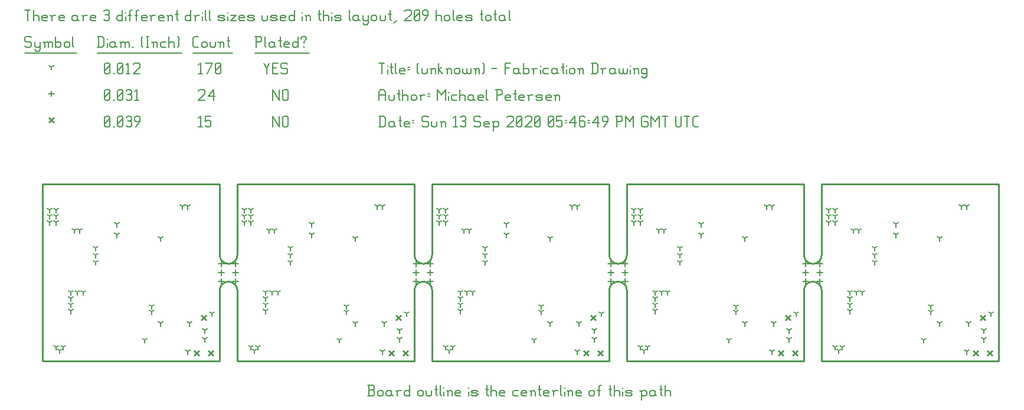
<source format=gbr>
G04 start of page 13 for group -3984 idx -3984 *
G04 Title: (unknown), fab *
G04 Creator: pcb 20140316 *
G04 CreationDate: Sun 13 Sep 2020 05:46:49 PM GMT UTC *
G04 For: railfan *
G04 Format: Gerber/RS-274X *
G04 PCB-Dimensions (mil): 5600.00 1200.00 *
G04 PCB-Coordinate-Origin: lower left *
%MOIN*%
%FSLAX25Y25*%
%LNFAB*%
%ADD72C,0.0100*%
%ADD71C,0.0075*%
%ADD70C,0.0060*%
%ADD69C,0.0001*%
G54D69*G36*
X99800Y36266D02*X102766Y33300D01*
X102200Y32734D01*
X99234Y35700D01*
X99800Y36266D01*
G37*
G36*
X99234Y33300D02*X102200Y36266D01*
X102766Y35700D01*
X99800Y32734D01*
X99234Y33300D01*
G37*
G36*
X103800Y16266D02*X106766Y13300D01*
X106200Y12734D01*
X103234Y15700D01*
X103800Y16266D01*
G37*
G36*
X103234Y13300D02*X106200Y16266D01*
X106766Y15700D01*
X103800Y12734D01*
X103234Y13300D01*
G37*
G36*
X95800Y16266D02*X98766Y13300D01*
X98200Y12734D01*
X95234Y15700D01*
X95800Y16266D01*
G37*
G36*
X95234Y13300D02*X98200Y16266D01*
X98766Y15700D01*
X95800Y12734D01*
X95234Y13300D01*
G37*
G36*
X209800Y36266D02*X212766Y33300D01*
X212200Y32734D01*
X209234Y35700D01*
X209800Y36266D01*
G37*
G36*
X209234Y33300D02*X212200Y36266D01*
X212766Y35700D01*
X209800Y32734D01*
X209234Y33300D01*
G37*
G36*
X213800Y16266D02*X216766Y13300D01*
X216200Y12734D01*
X213234Y15700D01*
X213800Y16266D01*
G37*
G36*
X213234Y13300D02*X216200Y16266D01*
X216766Y15700D01*
X213800Y12734D01*
X213234Y13300D01*
G37*
G36*
X205800Y16266D02*X208766Y13300D01*
X208200Y12734D01*
X205234Y15700D01*
X205800Y16266D01*
G37*
G36*
X205234Y13300D02*X208200Y16266D01*
X208766Y15700D01*
X205800Y12734D01*
X205234Y13300D01*
G37*
G36*
X319800Y36266D02*X322766Y33300D01*
X322200Y32734D01*
X319234Y35700D01*
X319800Y36266D01*
G37*
G36*
X319234Y33300D02*X322200Y36266D01*
X322766Y35700D01*
X319800Y32734D01*
X319234Y33300D01*
G37*
G36*
X323800Y16266D02*X326766Y13300D01*
X326200Y12734D01*
X323234Y15700D01*
X323800Y16266D01*
G37*
G36*
X323234Y13300D02*X326200Y16266D01*
X326766Y15700D01*
X323800Y12734D01*
X323234Y13300D01*
G37*
G36*
X315800Y16266D02*X318766Y13300D01*
X318200Y12734D01*
X315234Y15700D01*
X315800Y16266D01*
G37*
G36*
X315234Y13300D02*X318200Y16266D01*
X318766Y15700D01*
X315800Y12734D01*
X315234Y13300D01*
G37*
G36*
X429800Y36266D02*X432766Y33300D01*
X432200Y32734D01*
X429234Y35700D01*
X429800Y36266D01*
G37*
G36*
X429234Y33300D02*X432200Y36266D01*
X432766Y35700D01*
X429800Y32734D01*
X429234Y33300D01*
G37*
G36*
X433800Y16266D02*X436766Y13300D01*
X436200Y12734D01*
X433234Y15700D01*
X433800Y16266D01*
G37*
G36*
X433234Y13300D02*X436200Y16266D01*
X436766Y15700D01*
X433800Y12734D01*
X433234Y13300D01*
G37*
G36*
X425800Y16266D02*X428766Y13300D01*
X428200Y12734D01*
X425234Y15700D01*
X425800Y16266D01*
G37*
G36*
X425234Y13300D02*X428200Y16266D01*
X428766Y15700D01*
X425800Y12734D01*
X425234Y13300D01*
G37*
G36*
X539800Y36266D02*X542766Y33300D01*
X542200Y32734D01*
X539234Y35700D01*
X539800Y36266D01*
G37*
G36*
X539234Y33300D02*X542200Y36266D01*
X542766Y35700D01*
X539800Y32734D01*
X539234Y33300D01*
G37*
G36*
X543800Y16266D02*X546766Y13300D01*
X546200Y12734D01*
X543234Y15700D01*
X543800Y16266D01*
G37*
G36*
X543234Y13300D02*X546200Y16266D01*
X546766Y15700D01*
X543800Y12734D01*
X543234Y13300D01*
G37*
G36*
X535800Y16266D02*X538766Y13300D01*
X538200Y12734D01*
X535234Y15700D01*
X535800Y16266D01*
G37*
G36*
X535234Y13300D02*X538200Y16266D01*
X538766Y15700D01*
X535800Y12734D01*
X535234Y13300D01*
G37*
G36*
X13800Y148016D02*X16766Y145050D01*
X16200Y144484D01*
X13234Y147450D01*
X13800Y148016D01*
G37*
G36*
X13234Y145050D02*X16200Y148016D01*
X16766Y147450D01*
X13800Y144484D01*
X13234Y145050D01*
G37*
G54D70*X140000Y148500D02*Y142500D01*
Y148500D02*X143750Y142500D01*
Y148500D02*Y142500D01*
X145550Y147750D02*Y143250D01*
Y147750D02*X146300Y148500D01*
X147800D01*
X148550Y147750D01*
Y143250D01*
X147800Y142500D02*X148550Y143250D01*
X146300Y142500D02*X147800D01*
X145550Y143250D02*X146300Y142500D01*
X98000Y147300D02*X99200Y148500D01*
Y142500D01*
X98000D02*X100250D01*
X102050Y148500D02*X105050D01*
X102050D02*Y145500D01*
X102800Y146250D01*
X104300D01*
X105050Y145500D01*
Y143250D01*
X104300Y142500D02*X105050Y143250D01*
X102800Y142500D02*X104300D01*
X102050Y143250D02*X102800Y142500D01*
X45000Y143250D02*X45750Y142500D01*
X45000Y147750D02*Y143250D01*
Y147750D02*X45750Y148500D01*
X47250D01*
X48000Y147750D01*
Y143250D01*
X47250Y142500D02*X48000Y143250D01*
X45750Y142500D02*X47250D01*
X45000Y144000D02*X48000Y147000D01*
X49800Y142500D02*X50550D01*
X52350Y143250D02*X53100Y142500D01*
X52350Y147750D02*Y143250D01*
Y147750D02*X53100Y148500D01*
X54600D01*
X55350Y147750D01*
Y143250D01*
X54600Y142500D02*X55350Y143250D01*
X53100Y142500D02*X54600D01*
X52350Y144000D02*X55350Y147000D01*
X57150Y147750D02*X57900Y148500D01*
X59400D01*
X60150Y147750D01*
X59400Y142500D02*X60150Y143250D01*
X57900Y142500D02*X59400D01*
X57150Y143250D02*X57900Y142500D01*
Y145800D02*X59400D01*
X60150Y147750D02*Y146550D01*
Y145050D02*Y143250D01*
Y145050D02*X59400Y145800D01*
X60150Y146550D02*X59400Y145800D01*
X62700Y142500D02*X64950Y145500D01*
Y147750D02*Y145500D01*
X64200Y148500D02*X64950Y147750D01*
X62700Y148500D02*X64200D01*
X61950Y147750D02*X62700Y148500D01*
X61950Y147750D02*Y146250D01*
X62700Y145500D01*
X64950D01*
X119000Y66600D02*Y63400D01*
X117400Y65000D02*X120600D01*
X119000Y56600D02*Y53400D01*
X117400Y55000D02*X120600D01*
X119000Y61600D02*Y58400D01*
X117400Y60000D02*X120600D01*
X111000Y66600D02*Y63400D01*
X109400Y65000D02*X112600D01*
X111000Y61600D02*Y58400D01*
X109400Y60000D02*X112600D01*
X111000Y56600D02*Y53400D01*
X109400Y55000D02*X112600D01*
X229000Y66600D02*Y63400D01*
X227400Y65000D02*X230600D01*
X229000Y56600D02*Y53400D01*
X227400Y55000D02*X230600D01*
X229000Y61600D02*Y58400D01*
X227400Y60000D02*X230600D01*
X221000Y66600D02*Y63400D01*
X219400Y65000D02*X222600D01*
X221000Y61600D02*Y58400D01*
X219400Y60000D02*X222600D01*
X221000Y56600D02*Y53400D01*
X219400Y55000D02*X222600D01*
X339000Y66600D02*Y63400D01*
X337400Y65000D02*X340600D01*
X339000Y56600D02*Y53400D01*
X337400Y55000D02*X340600D01*
X339000Y61600D02*Y58400D01*
X337400Y60000D02*X340600D01*
X331000Y66600D02*Y63400D01*
X329400Y65000D02*X332600D01*
X331000Y61600D02*Y58400D01*
X329400Y60000D02*X332600D01*
X331000Y56600D02*Y53400D01*
X329400Y55000D02*X332600D01*
X449000Y66600D02*Y63400D01*
X447400Y65000D02*X450600D01*
X449000Y56600D02*Y53400D01*
X447400Y55000D02*X450600D01*
X449000Y61600D02*Y58400D01*
X447400Y60000D02*X450600D01*
X441000Y66600D02*Y63400D01*
X439400Y65000D02*X442600D01*
X441000Y61600D02*Y58400D01*
X439400Y60000D02*X442600D01*
X441000Y56600D02*Y53400D01*
X439400Y55000D02*X442600D01*
X15000Y162850D02*Y159650D01*
X13400Y161250D02*X16600D01*
X140000Y163500D02*Y157500D01*
Y163500D02*X143750Y157500D01*
Y163500D02*Y157500D01*
X145550Y162750D02*Y158250D01*
Y162750D02*X146300Y163500D01*
X147800D01*
X148550Y162750D01*
Y158250D01*
X147800Y157500D02*X148550Y158250D01*
X146300Y157500D02*X147800D01*
X145550Y158250D02*X146300Y157500D01*
X98000Y162750D02*X98750Y163500D01*
X101000D01*
X101750Y162750D01*
Y161250D01*
X98000Y157500D02*X101750Y161250D01*
X98000Y157500D02*X101750D01*
X103550Y159750D02*X106550Y163500D01*
X103550Y159750D02*X107300D01*
X106550Y163500D02*Y157500D01*
X45000Y158250D02*X45750Y157500D01*
X45000Y162750D02*Y158250D01*
Y162750D02*X45750Y163500D01*
X47250D01*
X48000Y162750D01*
Y158250D01*
X47250Y157500D02*X48000Y158250D01*
X45750Y157500D02*X47250D01*
X45000Y159000D02*X48000Y162000D01*
X49800Y157500D02*X50550D01*
X52350Y158250D02*X53100Y157500D01*
X52350Y162750D02*Y158250D01*
Y162750D02*X53100Y163500D01*
X54600D01*
X55350Y162750D01*
Y158250D01*
X54600Y157500D02*X55350Y158250D01*
X53100Y157500D02*X54600D01*
X52350Y159000D02*X55350Y162000D01*
X57150Y162750D02*X57900Y163500D01*
X59400D01*
X60150Y162750D01*
X59400Y157500D02*X60150Y158250D01*
X57900Y157500D02*X59400D01*
X57150Y158250D02*X57900Y157500D01*
Y160800D02*X59400D01*
X60150Y162750D02*Y161550D01*
Y160050D02*Y158250D01*
Y160050D02*X59400Y160800D01*
X60150Y161550D02*X59400Y160800D01*
X61950Y162300D02*X63150Y163500D01*
Y157500D01*
X61950D02*X64200D01*
X40000Y74000D02*Y72400D01*
Y74000D02*X41387Y74800D01*
X40000Y74000D02*X38613Y74800D01*
X40000Y70000D02*Y68400D01*
Y70000D02*X41387Y70800D01*
X40000Y70000D02*X38613Y70800D01*
X40000Y66000D02*Y64400D01*
Y66000D02*X41387Y66800D01*
X40000Y66000D02*X38613Y66800D01*
X33000Y49000D02*Y47400D01*
Y49000D02*X34387Y49800D01*
X33000Y49000D02*X31613Y49800D01*
X29500Y49000D02*Y47400D01*
Y49000D02*X30887Y49800D01*
X29500Y49000D02*X28113Y49800D01*
X26000Y49000D02*Y47400D01*
Y49000D02*X27387Y49800D01*
X26000Y49000D02*X24613Y49800D01*
X26000Y45500D02*Y43900D01*
Y45500D02*X27387Y46300D01*
X26000Y45500D02*X24613Y46300D01*
X26000Y42000D02*Y40400D01*
Y42000D02*X27387Y42800D01*
X26000Y42000D02*X24613Y42800D01*
X26000Y38500D02*Y36900D01*
Y38500D02*X27387Y39300D01*
X26000Y38500D02*X24613Y39300D01*
X52000Y81500D02*Y79900D01*
Y81500D02*X53387Y82300D01*
X52000Y81500D02*X50613Y82300D01*
X52000Y87500D02*Y85900D01*
Y87500D02*X53387Y88300D01*
X52000Y87500D02*X50613Y88300D01*
X21500Y18000D02*Y16400D01*
Y18000D02*X22887Y18800D01*
X21500Y18000D02*X20113Y18800D01*
X17500Y18000D02*Y16400D01*
Y18000D02*X18887Y18800D01*
X17500Y18000D02*X16113Y18800D01*
X19500Y16000D02*Y14400D01*
Y16000D02*X20887Y16800D01*
X19500Y16000D02*X18113Y16800D01*
X67500Y22000D02*Y20400D01*
Y22000D02*X68887Y22800D01*
X67500Y22000D02*X66113Y22800D01*
X105500Y37000D02*Y35400D01*
Y37000D02*X106887Y37800D01*
X105500Y37000D02*X104113Y37800D01*
X101500Y27500D02*Y25900D01*
Y27500D02*X102887Y28300D01*
X101500Y27500D02*X100113Y28300D01*
X93000Y31500D02*Y29900D01*
Y31500D02*X94387Y32300D01*
X93000Y31500D02*X91613Y32300D01*
X101500Y22500D02*Y20900D01*
Y22500D02*X102887Y23300D01*
X101500Y22500D02*X100113Y23300D01*
X92000Y15500D02*Y13900D01*
Y15500D02*X93387Y16300D01*
X92000Y15500D02*X90613Y16300D01*
X76500Y31500D02*Y29900D01*
Y31500D02*X77887Y32300D01*
X76500Y31500D02*X75113Y32300D01*
X28000Y84000D02*Y82400D01*
Y84000D02*X29387Y84800D01*
X28000Y84000D02*X26613Y84800D01*
X31000Y84000D02*Y82400D01*
Y84000D02*X32387Y84800D01*
X31000Y84000D02*X29613Y84800D01*
X14000Y95500D02*Y93900D01*
Y95500D02*X15387Y96300D01*
X14000Y95500D02*X12613Y96300D01*
X14000Y92000D02*Y90400D01*
Y92000D02*X15387Y92800D01*
X14000Y92000D02*X12613Y92800D01*
X14000Y88500D02*Y86900D01*
Y88500D02*X15387Y89300D01*
X14000Y88500D02*X12613Y89300D01*
X92000Y97500D02*Y95900D01*
Y97500D02*X93387Y98300D01*
X92000Y97500D02*X90613Y98300D01*
X89000Y97500D02*Y95900D01*
Y97500D02*X90387Y98300D01*
X89000Y97500D02*X87613Y98300D01*
X76500Y79500D02*Y77900D01*
Y79500D02*X77887Y80300D01*
X76500Y79500D02*X75113Y80300D01*
X17500Y95500D02*Y93900D01*
Y95500D02*X18887Y96300D01*
X17500Y95500D02*X16113Y96300D01*
X17500Y92000D02*Y90400D01*
Y92000D02*X18887Y92800D01*
X17500Y92000D02*X16113Y92800D01*
X17500Y88500D02*Y86900D01*
Y88500D02*X18887Y89300D01*
X17500Y88500D02*X16113Y89300D01*
X71500Y41000D02*Y39400D01*
Y41000D02*X72887Y41800D01*
X71500Y41000D02*X70113Y41800D01*
X71500Y38000D02*Y36400D01*
Y38000D02*X72887Y38800D01*
X71500Y38000D02*X70113Y38800D01*
X150000Y74000D02*Y72400D01*
Y74000D02*X151387Y74800D01*
X150000Y74000D02*X148613Y74800D01*
X150000Y70000D02*Y68400D01*
Y70000D02*X151387Y70800D01*
X150000Y70000D02*X148613Y70800D01*
X150000Y66000D02*Y64400D01*
Y66000D02*X151387Y66800D01*
X150000Y66000D02*X148613Y66800D01*
X143000Y49000D02*Y47400D01*
Y49000D02*X144387Y49800D01*
X143000Y49000D02*X141613Y49800D01*
X139500Y49000D02*Y47400D01*
Y49000D02*X140887Y49800D01*
X139500Y49000D02*X138113Y49800D01*
X136000Y49000D02*Y47400D01*
Y49000D02*X137387Y49800D01*
X136000Y49000D02*X134613Y49800D01*
X136000Y45500D02*Y43900D01*
Y45500D02*X137387Y46300D01*
X136000Y45500D02*X134613Y46300D01*
X136000Y42000D02*Y40400D01*
Y42000D02*X137387Y42800D01*
X136000Y42000D02*X134613Y42800D01*
X136000Y38500D02*Y36900D01*
Y38500D02*X137387Y39300D01*
X136000Y38500D02*X134613Y39300D01*
X162000Y81500D02*Y79900D01*
Y81500D02*X163387Y82300D01*
X162000Y81500D02*X160613Y82300D01*
X162000Y87500D02*Y85900D01*
Y87500D02*X163387Y88300D01*
X162000Y87500D02*X160613Y88300D01*
X131500Y18000D02*Y16400D01*
Y18000D02*X132887Y18800D01*
X131500Y18000D02*X130113Y18800D01*
X127500Y18000D02*Y16400D01*
Y18000D02*X128887Y18800D01*
X127500Y18000D02*X126113Y18800D01*
X129500Y16000D02*Y14400D01*
Y16000D02*X130887Y16800D01*
X129500Y16000D02*X128113Y16800D01*
X177500Y22000D02*Y20400D01*
Y22000D02*X178887Y22800D01*
X177500Y22000D02*X176113Y22800D01*
X215500Y37000D02*Y35400D01*
Y37000D02*X216887Y37800D01*
X215500Y37000D02*X214113Y37800D01*
X211500Y27500D02*Y25900D01*
Y27500D02*X212887Y28300D01*
X211500Y27500D02*X210113Y28300D01*
X203000Y31500D02*Y29900D01*
Y31500D02*X204387Y32300D01*
X203000Y31500D02*X201613Y32300D01*
X211500Y22500D02*Y20900D01*
Y22500D02*X212887Y23300D01*
X211500Y22500D02*X210113Y23300D01*
X202000Y15500D02*Y13900D01*
Y15500D02*X203387Y16300D01*
X202000Y15500D02*X200613Y16300D01*
X186500Y31500D02*Y29900D01*
Y31500D02*X187887Y32300D01*
X186500Y31500D02*X185113Y32300D01*
X138000Y84000D02*Y82400D01*
Y84000D02*X139387Y84800D01*
X138000Y84000D02*X136613Y84800D01*
X141000Y84000D02*Y82400D01*
Y84000D02*X142387Y84800D01*
X141000Y84000D02*X139613Y84800D01*
X124000Y95500D02*Y93900D01*
Y95500D02*X125387Y96300D01*
X124000Y95500D02*X122613Y96300D01*
X124000Y92000D02*Y90400D01*
Y92000D02*X125387Y92800D01*
X124000Y92000D02*X122613Y92800D01*
X124000Y88500D02*Y86900D01*
Y88500D02*X125387Y89300D01*
X124000Y88500D02*X122613Y89300D01*
X202000Y97500D02*Y95900D01*
Y97500D02*X203387Y98300D01*
X202000Y97500D02*X200613Y98300D01*
X199000Y97500D02*Y95900D01*
Y97500D02*X200387Y98300D01*
X199000Y97500D02*X197613Y98300D01*
X186500Y79500D02*Y77900D01*
Y79500D02*X187887Y80300D01*
X186500Y79500D02*X185113Y80300D01*
X127500Y95500D02*Y93900D01*
Y95500D02*X128887Y96300D01*
X127500Y95500D02*X126113Y96300D01*
X127500Y92000D02*Y90400D01*
Y92000D02*X128887Y92800D01*
X127500Y92000D02*X126113Y92800D01*
X127500Y88500D02*Y86900D01*
Y88500D02*X128887Y89300D01*
X127500Y88500D02*X126113Y89300D01*
X181500Y41000D02*Y39400D01*
Y41000D02*X182887Y41800D01*
X181500Y41000D02*X180113Y41800D01*
X181500Y38000D02*Y36400D01*
Y38000D02*X182887Y38800D01*
X181500Y38000D02*X180113Y38800D01*
X260000Y74000D02*Y72400D01*
Y74000D02*X261387Y74800D01*
X260000Y74000D02*X258613Y74800D01*
X260000Y70000D02*Y68400D01*
Y70000D02*X261387Y70800D01*
X260000Y70000D02*X258613Y70800D01*
X260000Y66000D02*Y64400D01*
Y66000D02*X261387Y66800D01*
X260000Y66000D02*X258613Y66800D01*
X253000Y49000D02*Y47400D01*
Y49000D02*X254387Y49800D01*
X253000Y49000D02*X251613Y49800D01*
X249500Y49000D02*Y47400D01*
Y49000D02*X250887Y49800D01*
X249500Y49000D02*X248113Y49800D01*
X246000Y49000D02*Y47400D01*
Y49000D02*X247387Y49800D01*
X246000Y49000D02*X244613Y49800D01*
X246000Y45500D02*Y43900D01*
Y45500D02*X247387Y46300D01*
X246000Y45500D02*X244613Y46300D01*
X246000Y42000D02*Y40400D01*
Y42000D02*X247387Y42800D01*
X246000Y42000D02*X244613Y42800D01*
X246000Y38500D02*Y36900D01*
Y38500D02*X247387Y39300D01*
X246000Y38500D02*X244613Y39300D01*
X272000Y81500D02*Y79900D01*
Y81500D02*X273387Y82300D01*
X272000Y81500D02*X270613Y82300D01*
X272000Y87500D02*Y85900D01*
Y87500D02*X273387Y88300D01*
X272000Y87500D02*X270613Y88300D01*
X241500Y18000D02*Y16400D01*
Y18000D02*X242887Y18800D01*
X241500Y18000D02*X240113Y18800D01*
X237500Y18000D02*Y16400D01*
Y18000D02*X238887Y18800D01*
X237500Y18000D02*X236113Y18800D01*
X239500Y16000D02*Y14400D01*
Y16000D02*X240887Y16800D01*
X239500Y16000D02*X238113Y16800D01*
X287500Y22000D02*Y20400D01*
Y22000D02*X288887Y22800D01*
X287500Y22000D02*X286113Y22800D01*
X325500Y37000D02*Y35400D01*
Y37000D02*X326887Y37800D01*
X325500Y37000D02*X324113Y37800D01*
X321500Y27500D02*Y25900D01*
Y27500D02*X322887Y28300D01*
X321500Y27500D02*X320113Y28300D01*
X313000Y31500D02*Y29900D01*
Y31500D02*X314387Y32300D01*
X313000Y31500D02*X311613Y32300D01*
X321500Y22500D02*Y20900D01*
Y22500D02*X322887Y23300D01*
X321500Y22500D02*X320113Y23300D01*
X312000Y15500D02*Y13900D01*
Y15500D02*X313387Y16300D01*
X312000Y15500D02*X310613Y16300D01*
X296500Y31500D02*Y29900D01*
Y31500D02*X297887Y32300D01*
X296500Y31500D02*X295113Y32300D01*
X248000Y84000D02*Y82400D01*
Y84000D02*X249387Y84800D01*
X248000Y84000D02*X246613Y84800D01*
X251000Y84000D02*Y82400D01*
Y84000D02*X252387Y84800D01*
X251000Y84000D02*X249613Y84800D01*
X234000Y95500D02*Y93900D01*
Y95500D02*X235387Y96300D01*
X234000Y95500D02*X232613Y96300D01*
X234000Y92000D02*Y90400D01*
Y92000D02*X235387Y92800D01*
X234000Y92000D02*X232613Y92800D01*
X234000Y88500D02*Y86900D01*
Y88500D02*X235387Y89300D01*
X234000Y88500D02*X232613Y89300D01*
X312000Y97500D02*Y95900D01*
Y97500D02*X313387Y98300D01*
X312000Y97500D02*X310613Y98300D01*
X309000Y97500D02*Y95900D01*
Y97500D02*X310387Y98300D01*
X309000Y97500D02*X307613Y98300D01*
X296500Y79500D02*Y77900D01*
Y79500D02*X297887Y80300D01*
X296500Y79500D02*X295113Y80300D01*
X237500Y95500D02*Y93900D01*
Y95500D02*X238887Y96300D01*
X237500Y95500D02*X236113Y96300D01*
X237500Y92000D02*Y90400D01*
Y92000D02*X238887Y92800D01*
X237500Y92000D02*X236113Y92800D01*
X237500Y88500D02*Y86900D01*
Y88500D02*X238887Y89300D01*
X237500Y88500D02*X236113Y89300D01*
X291500Y41000D02*Y39400D01*
Y41000D02*X292887Y41800D01*
X291500Y41000D02*X290113Y41800D01*
X291500Y38000D02*Y36400D01*
Y38000D02*X292887Y38800D01*
X291500Y38000D02*X290113Y38800D01*
X370000Y74000D02*Y72400D01*
Y74000D02*X371387Y74800D01*
X370000Y74000D02*X368613Y74800D01*
X370000Y70000D02*Y68400D01*
Y70000D02*X371387Y70800D01*
X370000Y70000D02*X368613Y70800D01*
X370000Y66000D02*Y64400D01*
Y66000D02*X371387Y66800D01*
X370000Y66000D02*X368613Y66800D01*
X363000Y49000D02*Y47400D01*
Y49000D02*X364387Y49800D01*
X363000Y49000D02*X361613Y49800D01*
X359500Y49000D02*Y47400D01*
Y49000D02*X360887Y49800D01*
X359500Y49000D02*X358113Y49800D01*
X356000Y49000D02*Y47400D01*
Y49000D02*X357387Y49800D01*
X356000Y49000D02*X354613Y49800D01*
X356000Y45500D02*Y43900D01*
Y45500D02*X357387Y46300D01*
X356000Y45500D02*X354613Y46300D01*
X356000Y42000D02*Y40400D01*
Y42000D02*X357387Y42800D01*
X356000Y42000D02*X354613Y42800D01*
X356000Y38500D02*Y36900D01*
Y38500D02*X357387Y39300D01*
X356000Y38500D02*X354613Y39300D01*
X382000Y81500D02*Y79900D01*
Y81500D02*X383387Y82300D01*
X382000Y81500D02*X380613Y82300D01*
X382000Y87500D02*Y85900D01*
Y87500D02*X383387Y88300D01*
X382000Y87500D02*X380613Y88300D01*
X351500Y18000D02*Y16400D01*
Y18000D02*X352887Y18800D01*
X351500Y18000D02*X350113Y18800D01*
X347500Y18000D02*Y16400D01*
Y18000D02*X348887Y18800D01*
X347500Y18000D02*X346113Y18800D01*
X349500Y16000D02*Y14400D01*
Y16000D02*X350887Y16800D01*
X349500Y16000D02*X348113Y16800D01*
X397500Y22000D02*Y20400D01*
Y22000D02*X398887Y22800D01*
X397500Y22000D02*X396113Y22800D01*
X435500Y37000D02*Y35400D01*
Y37000D02*X436887Y37800D01*
X435500Y37000D02*X434113Y37800D01*
X431500Y27500D02*Y25900D01*
Y27500D02*X432887Y28300D01*
X431500Y27500D02*X430113Y28300D01*
X423000Y31500D02*Y29900D01*
Y31500D02*X424387Y32300D01*
X423000Y31500D02*X421613Y32300D01*
X431500Y22500D02*Y20900D01*
Y22500D02*X432887Y23300D01*
X431500Y22500D02*X430113Y23300D01*
X422000Y15500D02*Y13900D01*
Y15500D02*X423387Y16300D01*
X422000Y15500D02*X420613Y16300D01*
X406500Y31500D02*Y29900D01*
Y31500D02*X407887Y32300D01*
X406500Y31500D02*X405113Y32300D01*
X358000Y84000D02*Y82400D01*
Y84000D02*X359387Y84800D01*
X358000Y84000D02*X356613Y84800D01*
X361000Y84000D02*Y82400D01*
Y84000D02*X362387Y84800D01*
X361000Y84000D02*X359613Y84800D01*
X344000Y95500D02*Y93900D01*
Y95500D02*X345387Y96300D01*
X344000Y95500D02*X342613Y96300D01*
X344000Y92000D02*Y90400D01*
Y92000D02*X345387Y92800D01*
X344000Y92000D02*X342613Y92800D01*
X344000Y88500D02*Y86900D01*
Y88500D02*X345387Y89300D01*
X344000Y88500D02*X342613Y89300D01*
X422000Y97500D02*Y95900D01*
Y97500D02*X423387Y98300D01*
X422000Y97500D02*X420613Y98300D01*
X419000Y97500D02*Y95900D01*
Y97500D02*X420387Y98300D01*
X419000Y97500D02*X417613Y98300D01*
X406500Y79500D02*Y77900D01*
Y79500D02*X407887Y80300D01*
X406500Y79500D02*X405113Y80300D01*
X347500Y95500D02*Y93900D01*
Y95500D02*X348887Y96300D01*
X347500Y95500D02*X346113Y96300D01*
X347500Y92000D02*Y90400D01*
Y92000D02*X348887Y92800D01*
X347500Y92000D02*X346113Y92800D01*
X347500Y88500D02*Y86900D01*
Y88500D02*X348887Y89300D01*
X347500Y88500D02*X346113Y89300D01*
X401500Y41000D02*Y39400D01*
Y41000D02*X402887Y41800D01*
X401500Y41000D02*X400113Y41800D01*
X401500Y38000D02*Y36400D01*
Y38000D02*X402887Y38800D01*
X401500Y38000D02*X400113Y38800D01*
X480000Y74000D02*Y72400D01*
Y74000D02*X481387Y74800D01*
X480000Y74000D02*X478613Y74800D01*
X480000Y70000D02*Y68400D01*
Y70000D02*X481387Y70800D01*
X480000Y70000D02*X478613Y70800D01*
X480000Y66000D02*Y64400D01*
Y66000D02*X481387Y66800D01*
X480000Y66000D02*X478613Y66800D01*
X473000Y49000D02*Y47400D01*
Y49000D02*X474387Y49800D01*
X473000Y49000D02*X471613Y49800D01*
X469500Y49000D02*Y47400D01*
Y49000D02*X470887Y49800D01*
X469500Y49000D02*X468113Y49800D01*
X466000Y49000D02*Y47400D01*
Y49000D02*X467387Y49800D01*
X466000Y49000D02*X464613Y49800D01*
X466000Y45500D02*Y43900D01*
Y45500D02*X467387Y46300D01*
X466000Y45500D02*X464613Y46300D01*
X466000Y42000D02*Y40400D01*
Y42000D02*X467387Y42800D01*
X466000Y42000D02*X464613Y42800D01*
X466000Y38500D02*Y36900D01*
Y38500D02*X467387Y39300D01*
X466000Y38500D02*X464613Y39300D01*
X492000Y81500D02*Y79900D01*
Y81500D02*X493387Y82300D01*
X492000Y81500D02*X490613Y82300D01*
X492000Y87500D02*Y85900D01*
Y87500D02*X493387Y88300D01*
X492000Y87500D02*X490613Y88300D01*
X461500Y18000D02*Y16400D01*
Y18000D02*X462887Y18800D01*
X461500Y18000D02*X460113Y18800D01*
X457500Y18000D02*Y16400D01*
Y18000D02*X458887Y18800D01*
X457500Y18000D02*X456113Y18800D01*
X459500Y16000D02*Y14400D01*
Y16000D02*X460887Y16800D01*
X459500Y16000D02*X458113Y16800D01*
X507500Y22000D02*Y20400D01*
Y22000D02*X508887Y22800D01*
X507500Y22000D02*X506113Y22800D01*
X545500Y37000D02*Y35400D01*
Y37000D02*X546887Y37800D01*
X545500Y37000D02*X544113Y37800D01*
X541500Y27500D02*Y25900D01*
Y27500D02*X542887Y28300D01*
X541500Y27500D02*X540113Y28300D01*
X533000Y31500D02*Y29900D01*
Y31500D02*X534387Y32300D01*
X533000Y31500D02*X531613Y32300D01*
X541500Y22500D02*Y20900D01*
Y22500D02*X542887Y23300D01*
X541500Y22500D02*X540113Y23300D01*
X532000Y15500D02*Y13900D01*
Y15500D02*X533387Y16300D01*
X532000Y15500D02*X530613Y16300D01*
X516500Y31500D02*Y29900D01*
Y31500D02*X517887Y32300D01*
X516500Y31500D02*X515113Y32300D01*
X468000Y84000D02*Y82400D01*
Y84000D02*X469387Y84800D01*
X468000Y84000D02*X466613Y84800D01*
X471000Y84000D02*Y82400D01*
Y84000D02*X472387Y84800D01*
X471000Y84000D02*X469613Y84800D01*
X454000Y95500D02*Y93900D01*
Y95500D02*X455387Y96300D01*
X454000Y95500D02*X452613Y96300D01*
X454000Y92000D02*Y90400D01*
Y92000D02*X455387Y92800D01*
X454000Y92000D02*X452613Y92800D01*
X454000Y88500D02*Y86900D01*
Y88500D02*X455387Y89300D01*
X454000Y88500D02*X452613Y89300D01*
X532000Y97500D02*Y95900D01*
Y97500D02*X533387Y98300D01*
X532000Y97500D02*X530613Y98300D01*
X529000Y97500D02*Y95900D01*
Y97500D02*X530387Y98300D01*
X529000Y97500D02*X527613Y98300D01*
X516500Y79500D02*Y77900D01*
Y79500D02*X517887Y80300D01*
X516500Y79500D02*X515113Y80300D01*
X457500Y95500D02*Y93900D01*
Y95500D02*X458887Y96300D01*
X457500Y95500D02*X456113Y96300D01*
X457500Y92000D02*Y90400D01*
Y92000D02*X458887Y92800D01*
X457500Y92000D02*X456113Y92800D01*
X457500Y88500D02*Y86900D01*
Y88500D02*X458887Y89300D01*
X457500Y88500D02*X456113Y89300D01*
X511500Y41000D02*Y39400D01*
Y41000D02*X512887Y41800D01*
X511500Y41000D02*X510113Y41800D01*
X511500Y38000D02*Y36400D01*
Y38000D02*X512887Y38800D01*
X511500Y38000D02*X510113Y38800D01*
X15000Y176250D02*Y174650D01*
Y176250D02*X16387Y177050D01*
X15000Y176250D02*X13613Y177050D01*
X135000Y178500D02*X136500Y175500D01*
X138000Y178500D01*
X136500Y175500D02*Y172500D01*
X139800Y175800D02*X142050D01*
X139800Y172500D02*X142800D01*
X139800Y178500D02*Y172500D01*
Y178500D02*X142800D01*
X147600D02*X148350Y177750D01*
X145350Y178500D02*X147600D01*
X144600Y177750D02*X145350Y178500D01*
X144600Y177750D02*Y176250D01*
X145350Y175500D01*
X147600D01*
X148350Y174750D01*
Y173250D01*
X147600Y172500D02*X148350Y173250D01*
X145350Y172500D02*X147600D01*
X144600Y173250D02*X145350Y172500D01*
X98000Y177300D02*X99200Y178500D01*
Y172500D01*
X98000D02*X100250D01*
X102800D02*X105800Y178500D01*
X102050D02*X105800D01*
X107600Y173250D02*X108350Y172500D01*
X107600Y177750D02*Y173250D01*
Y177750D02*X108350Y178500D01*
X109850D01*
X110600Y177750D01*
Y173250D01*
X109850Y172500D02*X110600Y173250D01*
X108350Y172500D02*X109850D01*
X107600Y174000D02*X110600Y177000D01*
X45000Y173250D02*X45750Y172500D01*
X45000Y177750D02*Y173250D01*
Y177750D02*X45750Y178500D01*
X47250D01*
X48000Y177750D01*
Y173250D01*
X47250Y172500D02*X48000Y173250D01*
X45750Y172500D02*X47250D01*
X45000Y174000D02*X48000Y177000D01*
X49800Y172500D02*X50550D01*
X52350Y173250D02*X53100Y172500D01*
X52350Y177750D02*Y173250D01*
Y177750D02*X53100Y178500D01*
X54600D01*
X55350Y177750D01*
Y173250D01*
X54600Y172500D02*X55350Y173250D01*
X53100Y172500D02*X54600D01*
X52350Y174000D02*X55350Y177000D01*
X57150Y177300D02*X58350Y178500D01*
Y172500D01*
X57150D02*X59400D01*
X61200Y177750D02*X61950Y178500D01*
X64200D01*
X64950Y177750D01*
Y176250D01*
X61200Y172500D02*X64950Y176250D01*
X61200Y172500D02*X64950D01*
X3000Y193500D02*X3750Y192750D01*
X750Y193500D02*X3000D01*
X0Y192750D02*X750Y193500D01*
X0Y192750D02*Y191250D01*
X750Y190500D01*
X3000D01*
X3750Y189750D01*
Y188250D01*
X3000Y187500D02*X3750Y188250D01*
X750Y187500D02*X3000D01*
X0Y188250D02*X750Y187500D01*
X5550Y190500D02*Y188250D01*
X6300Y187500D01*
X8550Y190500D02*Y186000D01*
X7800Y185250D02*X8550Y186000D01*
X6300Y185250D02*X7800D01*
X5550Y186000D02*X6300Y185250D01*
Y187500D02*X7800D01*
X8550Y188250D01*
X11100Y189750D02*Y187500D01*
Y189750D02*X11850Y190500D01*
X12600D01*
X13350Y189750D01*
Y187500D01*
Y189750D02*X14100Y190500D01*
X14850D01*
X15600Y189750D01*
Y187500D01*
X10350Y190500D02*X11100Y189750D01*
X17400Y193500D02*Y187500D01*
Y188250D02*X18150Y187500D01*
X19650D01*
X20400Y188250D01*
Y189750D02*Y188250D01*
X19650Y190500D02*X20400Y189750D01*
X18150Y190500D02*X19650D01*
X17400Y189750D02*X18150Y190500D01*
X22200Y189750D02*Y188250D01*
Y189750D02*X22950Y190500D01*
X24450D01*
X25200Y189750D01*
Y188250D01*
X24450Y187500D02*X25200Y188250D01*
X22950Y187500D02*X24450D01*
X22200Y188250D02*X22950Y187500D01*
X27000Y193500D02*Y188250D01*
X27750Y187500D01*
X0Y184250D02*X29250D01*
X41750Y193500D02*Y187500D01*
X43700Y193500D02*X44750Y192450D01*
Y188550D01*
X43700Y187500D02*X44750Y188550D01*
X41000Y187500D02*X43700D01*
X41000Y193500D02*X43700D01*
G54D71*X46550Y192000D02*Y191850D01*
G54D70*Y189750D02*Y187500D01*
X50300Y190500D02*X51050Y189750D01*
X48800Y190500D02*X50300D01*
X48050Y189750D02*X48800Y190500D01*
X48050Y189750D02*Y188250D01*
X48800Y187500D01*
X51050Y190500D02*Y188250D01*
X51800Y187500D01*
X48800D02*X50300D01*
X51050Y188250D01*
X54350Y189750D02*Y187500D01*
Y189750D02*X55100Y190500D01*
X55850D01*
X56600Y189750D01*
Y187500D01*
Y189750D02*X57350Y190500D01*
X58100D01*
X58850Y189750D01*
Y187500D01*
X53600Y190500D02*X54350Y189750D01*
X60650Y187500D02*X61400D01*
X65900Y188250D02*X66650Y187500D01*
X65900Y192750D02*X66650Y193500D01*
X65900Y192750D02*Y188250D01*
X68450Y193500D02*X69950D01*
X69200D02*Y187500D01*
X68450D02*X69950D01*
X72500Y189750D02*Y187500D01*
Y189750D02*X73250Y190500D01*
X74000D01*
X74750Y189750D01*
Y187500D01*
X71750Y190500D02*X72500Y189750D01*
X77300Y190500D02*X79550D01*
X76550Y189750D02*X77300Y190500D01*
X76550Y189750D02*Y188250D01*
X77300Y187500D01*
X79550D01*
X81350Y193500D02*Y187500D01*
Y189750D02*X82100Y190500D01*
X83600D01*
X84350Y189750D01*
Y187500D01*
X86150Y193500D02*X86900Y192750D01*
Y188250D01*
X86150Y187500D02*X86900Y188250D01*
X41000Y184250D02*X88700D01*
X96050Y187500D02*X98000D01*
X95000Y188550D02*X96050Y187500D01*
X95000Y192450D02*Y188550D01*
Y192450D02*X96050Y193500D01*
X98000D01*
X99800Y189750D02*Y188250D01*
Y189750D02*X100550Y190500D01*
X102050D01*
X102800Y189750D01*
Y188250D01*
X102050Y187500D02*X102800Y188250D01*
X100550Y187500D02*X102050D01*
X99800Y188250D02*X100550Y187500D01*
X104600Y190500D02*Y188250D01*
X105350Y187500D01*
X106850D01*
X107600Y188250D01*
Y190500D02*Y188250D01*
X110150Y189750D02*Y187500D01*
Y189750D02*X110900Y190500D01*
X111650D01*
X112400Y189750D01*
Y187500D01*
X109400Y190500D02*X110150Y189750D01*
X114950Y193500D02*Y188250D01*
X115700Y187500D01*
X114200Y191250D02*X115700D01*
X95000Y184250D02*X117200D01*
X130750Y193500D02*Y187500D01*
X130000Y193500D02*X133000D01*
X133750Y192750D01*
Y191250D01*
X133000Y190500D02*X133750Y191250D01*
X130750Y190500D02*X133000D01*
X135550Y193500D02*Y188250D01*
X136300Y187500D01*
X140050Y190500D02*X140800Y189750D01*
X138550Y190500D02*X140050D01*
X137800Y189750D02*X138550Y190500D01*
X137800Y189750D02*Y188250D01*
X138550Y187500D01*
X140800Y190500D02*Y188250D01*
X141550Y187500D01*
X138550D02*X140050D01*
X140800Y188250D01*
X144100Y193500D02*Y188250D01*
X144850Y187500D01*
X143350Y191250D02*X144850D01*
X147100Y187500D02*X149350D01*
X146350Y188250D02*X147100Y187500D01*
X146350Y189750D02*Y188250D01*
Y189750D02*X147100Y190500D01*
X148600D01*
X149350Y189750D01*
X146350Y189000D02*X149350D01*
Y189750D02*Y189000D01*
X154150Y193500D02*Y187500D01*
X153400D02*X154150Y188250D01*
X151900Y187500D02*X153400D01*
X151150Y188250D02*X151900Y187500D01*
X151150Y189750D02*Y188250D01*
Y189750D02*X151900Y190500D01*
X153400D01*
X154150Y189750D01*
X157450Y190500D02*Y189750D01*
Y188250D02*Y187500D01*
X155950Y192750D02*Y192000D01*
Y192750D02*X156700Y193500D01*
X158200D01*
X158950Y192750D01*
Y192000D01*
X157450Y190500D02*X158950Y192000D01*
X130000Y184250D02*X160750D01*
X0Y208500D02*X3000D01*
X1500D02*Y202500D01*
X4800Y208500D02*Y202500D01*
Y204750D02*X5550Y205500D01*
X7050D01*
X7800Y204750D01*
Y202500D01*
X10350D02*X12600D01*
X9600Y203250D02*X10350Y202500D01*
X9600Y204750D02*Y203250D01*
Y204750D02*X10350Y205500D01*
X11850D01*
X12600Y204750D01*
X9600Y204000D02*X12600D01*
Y204750D02*Y204000D01*
X15150Y204750D02*Y202500D01*
Y204750D02*X15900Y205500D01*
X17400D01*
X14400D02*X15150Y204750D01*
X19950Y202500D02*X22200D01*
X19200Y203250D02*X19950Y202500D01*
X19200Y204750D02*Y203250D01*
Y204750D02*X19950Y205500D01*
X21450D01*
X22200Y204750D01*
X19200Y204000D02*X22200D01*
Y204750D02*Y204000D01*
X28950Y205500D02*X29700Y204750D01*
X27450Y205500D02*X28950D01*
X26700Y204750D02*X27450Y205500D01*
X26700Y204750D02*Y203250D01*
X27450Y202500D01*
X29700Y205500D02*Y203250D01*
X30450Y202500D01*
X27450D02*X28950D01*
X29700Y203250D01*
X33000Y204750D02*Y202500D01*
Y204750D02*X33750Y205500D01*
X35250D01*
X32250D02*X33000Y204750D01*
X37800Y202500D02*X40050D01*
X37050Y203250D02*X37800Y202500D01*
X37050Y204750D02*Y203250D01*
Y204750D02*X37800Y205500D01*
X39300D01*
X40050Y204750D01*
X37050Y204000D02*X40050D01*
Y204750D02*Y204000D01*
X44550Y207750D02*X45300Y208500D01*
X46800D01*
X47550Y207750D01*
X46800Y202500D02*X47550Y203250D01*
X45300Y202500D02*X46800D01*
X44550Y203250D02*X45300Y202500D01*
Y205800D02*X46800D01*
X47550Y207750D02*Y206550D01*
Y205050D02*Y203250D01*
Y205050D02*X46800Y205800D01*
X47550Y206550D02*X46800Y205800D01*
X55050Y208500D02*Y202500D01*
X54300D02*X55050Y203250D01*
X52800Y202500D02*X54300D01*
X52050Y203250D02*X52800Y202500D01*
X52050Y204750D02*Y203250D01*
Y204750D02*X52800Y205500D01*
X54300D01*
X55050Y204750D01*
G54D71*X56850Y207000D02*Y206850D01*
G54D70*Y204750D02*Y202500D01*
X59100Y207750D02*Y202500D01*
Y207750D02*X59850Y208500D01*
X60600D01*
X58350Y205500D02*X59850D01*
X62850Y207750D02*Y202500D01*
Y207750D02*X63600Y208500D01*
X64350D01*
X62100Y205500D02*X63600D01*
X66600Y202500D02*X68850D01*
X65850Y203250D02*X66600Y202500D01*
X65850Y204750D02*Y203250D01*
Y204750D02*X66600Y205500D01*
X68100D01*
X68850Y204750D01*
X65850Y204000D02*X68850D01*
Y204750D02*Y204000D01*
X71400Y204750D02*Y202500D01*
Y204750D02*X72150Y205500D01*
X73650D01*
X70650D02*X71400Y204750D01*
X76200Y202500D02*X78450D01*
X75450Y203250D02*X76200Y202500D01*
X75450Y204750D02*Y203250D01*
Y204750D02*X76200Y205500D01*
X77700D01*
X78450Y204750D01*
X75450Y204000D02*X78450D01*
Y204750D02*Y204000D01*
X81000Y204750D02*Y202500D01*
Y204750D02*X81750Y205500D01*
X82500D01*
X83250Y204750D01*
Y202500D01*
X80250Y205500D02*X81000Y204750D01*
X85800Y208500D02*Y203250D01*
X86550Y202500D01*
X85050Y206250D02*X86550D01*
X93750Y208500D02*Y202500D01*
X93000D02*X93750Y203250D01*
X91500Y202500D02*X93000D01*
X90750Y203250D02*X91500Y202500D01*
X90750Y204750D02*Y203250D01*
Y204750D02*X91500Y205500D01*
X93000D01*
X93750Y204750D01*
X96300D02*Y202500D01*
Y204750D02*X97050Y205500D01*
X98550D01*
X95550D02*X96300Y204750D01*
G54D71*X100350Y207000D02*Y206850D01*
G54D70*Y204750D02*Y202500D01*
X101850Y208500D02*Y203250D01*
X102600Y202500D01*
X104100Y208500D02*Y203250D01*
X104850Y202500D01*
X109800D02*X112050D01*
X112800Y203250D01*
X112050Y204000D02*X112800Y203250D01*
X109800Y204000D02*X112050D01*
X109050Y204750D02*X109800Y204000D01*
X109050Y204750D02*X109800Y205500D01*
X112050D01*
X112800Y204750D01*
X109050Y203250D02*X109800Y202500D01*
G54D71*X114600Y207000D02*Y206850D01*
G54D70*Y204750D02*Y202500D01*
X116100Y205500D02*X119100D01*
X116100Y202500D02*X119100Y205500D01*
X116100Y202500D02*X119100D01*
X121650D02*X123900D01*
X120900Y203250D02*X121650Y202500D01*
X120900Y204750D02*Y203250D01*
Y204750D02*X121650Y205500D01*
X123150D01*
X123900Y204750D01*
X120900Y204000D02*X123900D01*
Y204750D02*Y204000D01*
X126450Y202500D02*X128700D01*
X129450Y203250D01*
X128700Y204000D02*X129450Y203250D01*
X126450Y204000D02*X128700D01*
X125700Y204750D02*X126450Y204000D01*
X125700Y204750D02*X126450Y205500D01*
X128700D01*
X129450Y204750D01*
X125700Y203250D02*X126450Y202500D01*
X133950Y205500D02*Y203250D01*
X134700Y202500D01*
X136200D01*
X136950Y203250D01*
Y205500D02*Y203250D01*
X139500Y202500D02*X141750D01*
X142500Y203250D01*
X141750Y204000D02*X142500Y203250D01*
X139500Y204000D02*X141750D01*
X138750Y204750D02*X139500Y204000D01*
X138750Y204750D02*X139500Y205500D01*
X141750D01*
X142500Y204750D01*
X138750Y203250D02*X139500Y202500D01*
X145050D02*X147300D01*
X144300Y203250D02*X145050Y202500D01*
X144300Y204750D02*Y203250D01*
Y204750D02*X145050Y205500D01*
X146550D01*
X147300Y204750D01*
X144300Y204000D02*X147300D01*
Y204750D02*Y204000D01*
X152100Y208500D02*Y202500D01*
X151350D02*X152100Y203250D01*
X149850Y202500D02*X151350D01*
X149100Y203250D02*X149850Y202500D01*
X149100Y204750D02*Y203250D01*
Y204750D02*X149850Y205500D01*
X151350D01*
X152100Y204750D01*
G54D71*X156600Y207000D02*Y206850D01*
G54D70*Y204750D02*Y202500D01*
X158850Y204750D02*Y202500D01*
Y204750D02*X159600Y205500D01*
X160350D01*
X161100Y204750D01*
Y202500D01*
X158100Y205500D02*X158850Y204750D01*
X166350Y208500D02*Y203250D01*
X167100Y202500D01*
X165600Y206250D02*X167100D01*
X168600Y208500D02*Y202500D01*
Y204750D02*X169350Y205500D01*
X170850D01*
X171600Y204750D01*
Y202500D01*
G54D71*X173400Y207000D02*Y206850D01*
G54D70*Y204750D02*Y202500D01*
X175650D02*X177900D01*
X178650Y203250D01*
X177900Y204000D02*X178650Y203250D01*
X175650Y204000D02*X177900D01*
X174900Y204750D02*X175650Y204000D01*
X174900Y204750D02*X175650Y205500D01*
X177900D01*
X178650Y204750D01*
X174900Y203250D02*X175650Y202500D01*
X183150Y208500D02*Y203250D01*
X183900Y202500D01*
X187650Y205500D02*X188400Y204750D01*
X186150Y205500D02*X187650D01*
X185400Y204750D02*X186150Y205500D01*
X185400Y204750D02*Y203250D01*
X186150Y202500D01*
X188400Y205500D02*Y203250D01*
X189150Y202500D01*
X186150D02*X187650D01*
X188400Y203250D01*
X190950Y205500D02*Y203250D01*
X191700Y202500D01*
X193950Y205500D02*Y201000D01*
X193200Y200250D02*X193950Y201000D01*
X191700Y200250D02*X193200D01*
X190950Y201000D02*X191700Y200250D01*
Y202500D02*X193200D01*
X193950Y203250D01*
X195750Y204750D02*Y203250D01*
Y204750D02*X196500Y205500D01*
X198000D01*
X198750Y204750D01*
Y203250D01*
X198000Y202500D02*X198750Y203250D01*
X196500Y202500D02*X198000D01*
X195750Y203250D02*X196500Y202500D01*
X200550Y205500D02*Y203250D01*
X201300Y202500D01*
X202800D01*
X203550Y203250D01*
Y205500D02*Y203250D01*
X206100Y208500D02*Y203250D01*
X206850Y202500D01*
X205350Y206250D02*X206850D01*
X208350Y201000D02*X209850Y202500D01*
X214350Y207750D02*X215100Y208500D01*
X217350D01*
X218100Y207750D01*
Y206250D01*
X214350Y202500D02*X218100Y206250D01*
X214350Y202500D02*X218100D01*
X219900Y203250D02*X220650Y202500D01*
X219900Y207750D02*Y203250D01*
Y207750D02*X220650Y208500D01*
X222150D01*
X222900Y207750D01*
Y203250D01*
X222150Y202500D02*X222900Y203250D01*
X220650Y202500D02*X222150D01*
X219900Y204000D02*X222900Y207000D01*
X225450Y202500D02*X227700Y205500D01*
Y207750D02*Y205500D01*
X226950Y208500D02*X227700Y207750D01*
X225450Y208500D02*X226950D01*
X224700Y207750D02*X225450Y208500D01*
X224700Y207750D02*Y206250D01*
X225450Y205500D01*
X227700D01*
X232200Y208500D02*Y202500D01*
Y204750D02*X232950Y205500D01*
X234450D01*
X235200Y204750D01*
Y202500D01*
X237000Y204750D02*Y203250D01*
Y204750D02*X237750Y205500D01*
X239250D01*
X240000Y204750D01*
Y203250D01*
X239250Y202500D02*X240000Y203250D01*
X237750Y202500D02*X239250D01*
X237000Y203250D02*X237750Y202500D01*
X241800Y208500D02*Y203250D01*
X242550Y202500D01*
X244800D02*X247050D01*
X244050Y203250D02*X244800Y202500D01*
X244050Y204750D02*Y203250D01*
Y204750D02*X244800Y205500D01*
X246300D01*
X247050Y204750D01*
X244050Y204000D02*X247050D01*
Y204750D02*Y204000D01*
X249600Y202500D02*X251850D01*
X252600Y203250D01*
X251850Y204000D02*X252600Y203250D01*
X249600Y204000D02*X251850D01*
X248850Y204750D02*X249600Y204000D01*
X248850Y204750D02*X249600Y205500D01*
X251850D01*
X252600Y204750D01*
X248850Y203250D02*X249600Y202500D01*
X257850Y208500D02*Y203250D01*
X258600Y202500D01*
X257100Y206250D02*X258600D01*
X260100Y204750D02*Y203250D01*
Y204750D02*X260850Y205500D01*
X262350D01*
X263100Y204750D01*
Y203250D01*
X262350Y202500D02*X263100Y203250D01*
X260850Y202500D02*X262350D01*
X260100Y203250D02*X260850Y202500D01*
X265650Y208500D02*Y203250D01*
X266400Y202500D01*
X264900Y206250D02*X266400D01*
X270150Y205500D02*X270900Y204750D01*
X268650Y205500D02*X270150D01*
X267900Y204750D02*X268650Y205500D01*
X267900Y204750D02*Y203250D01*
X268650Y202500D01*
X270900Y205500D02*Y203250D01*
X271650Y202500D01*
X268650D02*X270150D01*
X270900Y203250D01*
X273450Y208500D02*Y203250D01*
X274200Y202500D01*
G54D72*X110000Y10000D02*X10000D01*
Y110000D01*
X110000D02*Y70000D01*
Y50000D02*Y10000D01*
X120000Y110000D02*Y70000D01*
Y50000D02*Y10000D01*
Y110000D02*X220000D01*
Y10000D02*X120000D01*
X220000Y110000D02*Y70000D01*
Y50000D02*Y10000D01*
X230000Y110000D02*Y70000D01*
Y50000D02*Y10000D01*
Y110000D02*X330000D01*
Y10000D02*X230000D01*
X330000Y110000D02*Y70000D01*
Y50000D02*Y10000D01*
X340000Y110000D02*Y70000D01*
Y50000D02*Y10000D01*
Y110000D02*X440000D01*
Y10000D02*X340000D01*
X440000Y110000D02*Y70000D01*
Y50000D02*Y10000D01*
X450000Y110000D02*Y70000D01*
Y50000D02*Y10000D01*
Y110000D02*X550000D01*
Y10000D02*X450000D01*
X550000Y110000D02*Y10000D01*
X10000Y110000D02*X110000D01*
X115000Y55000D02*G75*G03X110000Y50000I0J-5000D01*G01*
X115000Y55000D02*G75*G02X120000Y50000I0J-5000D01*G01*
X115000Y65000D02*G75*G02X110000Y70000I0J5000D01*G01*
X115000Y65000D02*G75*G03X120000Y70000I0J5000D01*G01*
X225000Y55000D02*G75*G03X220000Y50000I0J-5000D01*G01*
X225000Y55000D02*G75*G02X230000Y50000I0J-5000D01*G01*
X225000Y65000D02*G75*G02X220000Y70000I0J5000D01*G01*
X225000Y65000D02*G75*G03X230000Y70000I0J5000D01*G01*
X335000Y55000D02*G75*G03X330000Y50000I0J-5000D01*G01*
X335000Y55000D02*G75*G02X340000Y50000I0J-5000D01*G01*
X335000Y65000D02*G75*G02X330000Y70000I0J5000D01*G01*
X335000Y65000D02*G75*G03X340000Y70000I0J5000D01*G01*
X445000Y55000D02*G75*G03X440000Y50000I0J-5000D01*G01*
X445000Y55000D02*G75*G02X450000Y50000I0J-5000D01*G01*
X445000Y65000D02*G75*G02X440000Y70000I0J5000D01*G01*
X445000Y65000D02*G75*G03X450000Y70000I0J5000D01*G01*
G54D70*X193675Y-9500D02*X196675D01*
X197425Y-8750D01*
Y-6950D02*Y-8750D01*
X196675Y-6200D02*X197425Y-6950D01*
X194425Y-6200D02*X196675D01*
X194425Y-3500D02*Y-9500D01*
X193675Y-3500D02*X196675D01*
X197425Y-4250D01*
Y-5450D01*
X196675Y-6200D02*X197425Y-5450D01*
X199225Y-7250D02*Y-8750D01*
Y-7250D02*X199975Y-6500D01*
X201475D01*
X202225Y-7250D01*
Y-8750D01*
X201475Y-9500D02*X202225Y-8750D01*
X199975Y-9500D02*X201475D01*
X199225Y-8750D02*X199975Y-9500D01*
X206275Y-6500D02*X207025Y-7250D01*
X204775Y-6500D02*X206275D01*
X204025Y-7250D02*X204775Y-6500D01*
X204025Y-7250D02*Y-8750D01*
X204775Y-9500D01*
X207025Y-6500D02*Y-8750D01*
X207775Y-9500D01*
X204775D02*X206275D01*
X207025Y-8750D01*
X210325Y-7250D02*Y-9500D01*
Y-7250D02*X211075Y-6500D01*
X212575D01*
X209575D02*X210325Y-7250D01*
X217375Y-3500D02*Y-9500D01*
X216625D02*X217375Y-8750D01*
X215125Y-9500D02*X216625D01*
X214375Y-8750D02*X215125Y-9500D01*
X214375Y-7250D02*Y-8750D01*
Y-7250D02*X215125Y-6500D01*
X216625D01*
X217375Y-7250D01*
X221875D02*Y-8750D01*
Y-7250D02*X222625Y-6500D01*
X224125D01*
X224875Y-7250D01*
Y-8750D01*
X224125Y-9500D02*X224875Y-8750D01*
X222625Y-9500D02*X224125D01*
X221875Y-8750D02*X222625Y-9500D01*
X226675Y-6500D02*Y-8750D01*
X227425Y-9500D01*
X228925D01*
X229675Y-8750D01*
Y-6500D02*Y-8750D01*
X232225Y-3500D02*Y-8750D01*
X232975Y-9500D01*
X231475Y-5750D02*X232975D01*
X234475Y-3500D02*Y-8750D01*
X235225Y-9500D01*
G54D71*X236725Y-5000D02*Y-5150D01*
G54D70*Y-7250D02*Y-9500D01*
X238975Y-7250D02*Y-9500D01*
Y-7250D02*X239725Y-6500D01*
X240475D01*
X241225Y-7250D01*
Y-9500D01*
X238225Y-6500D02*X238975Y-7250D01*
X243775Y-9500D02*X246025D01*
X243025Y-8750D02*X243775Y-9500D01*
X243025Y-7250D02*Y-8750D01*
Y-7250D02*X243775Y-6500D01*
X245275D01*
X246025Y-7250D01*
X243025Y-8000D02*X246025D01*
Y-7250D02*Y-8000D01*
G54D71*X250525Y-5000D02*Y-5150D01*
G54D70*Y-7250D02*Y-9500D01*
X252775D02*X255025D01*
X255775Y-8750D01*
X255025Y-8000D02*X255775Y-8750D01*
X252775Y-8000D02*X255025D01*
X252025Y-7250D02*X252775Y-8000D01*
X252025Y-7250D02*X252775Y-6500D01*
X255025D01*
X255775Y-7250D01*
X252025Y-8750D02*X252775Y-9500D01*
X261025Y-3500D02*Y-8750D01*
X261775Y-9500D01*
X260275Y-5750D02*X261775D01*
X263275Y-3500D02*Y-9500D01*
Y-7250D02*X264025Y-6500D01*
X265525D01*
X266275Y-7250D01*
Y-9500D01*
X268825D02*X271075D01*
X268075Y-8750D02*X268825Y-9500D01*
X268075Y-7250D02*Y-8750D01*
Y-7250D02*X268825Y-6500D01*
X270325D01*
X271075Y-7250D01*
X268075Y-8000D02*X271075D01*
Y-7250D02*Y-8000D01*
X276325Y-6500D02*X278575D01*
X275575Y-7250D02*X276325Y-6500D01*
X275575Y-7250D02*Y-8750D01*
X276325Y-9500D01*
X278575D01*
X281125D02*X283375D01*
X280375Y-8750D02*X281125Y-9500D01*
X280375Y-7250D02*Y-8750D01*
Y-7250D02*X281125Y-6500D01*
X282625D01*
X283375Y-7250D01*
X280375Y-8000D02*X283375D01*
Y-7250D02*Y-8000D01*
X285925Y-7250D02*Y-9500D01*
Y-7250D02*X286675Y-6500D01*
X287425D01*
X288175Y-7250D01*
Y-9500D01*
X285175Y-6500D02*X285925Y-7250D01*
X290725Y-3500D02*Y-8750D01*
X291475Y-9500D01*
X289975Y-5750D02*X291475D01*
X293725Y-9500D02*X295975D01*
X292975Y-8750D02*X293725Y-9500D01*
X292975Y-7250D02*Y-8750D01*
Y-7250D02*X293725Y-6500D01*
X295225D01*
X295975Y-7250D01*
X292975Y-8000D02*X295975D01*
Y-7250D02*Y-8000D01*
X298525Y-7250D02*Y-9500D01*
Y-7250D02*X299275Y-6500D01*
X300775D01*
X297775D02*X298525Y-7250D01*
X302575Y-3500D02*Y-8750D01*
X303325Y-9500D01*
G54D71*X304825Y-5000D02*Y-5150D01*
G54D70*Y-7250D02*Y-9500D01*
X307075Y-7250D02*Y-9500D01*
Y-7250D02*X307825Y-6500D01*
X308575D01*
X309325Y-7250D01*
Y-9500D01*
X306325Y-6500D02*X307075Y-7250D01*
X311875Y-9500D02*X314125D01*
X311125Y-8750D02*X311875Y-9500D01*
X311125Y-7250D02*Y-8750D01*
Y-7250D02*X311875Y-6500D01*
X313375D01*
X314125Y-7250D01*
X311125Y-8000D02*X314125D01*
Y-7250D02*Y-8000D01*
X318625Y-7250D02*Y-8750D01*
Y-7250D02*X319375Y-6500D01*
X320875D01*
X321625Y-7250D01*
Y-8750D01*
X320875Y-9500D02*X321625Y-8750D01*
X319375Y-9500D02*X320875D01*
X318625Y-8750D02*X319375Y-9500D01*
X324175Y-4250D02*Y-9500D01*
Y-4250D02*X324925Y-3500D01*
X325675D01*
X323425Y-6500D02*X324925D01*
X330625Y-3500D02*Y-8750D01*
X331375Y-9500D01*
X329875Y-5750D02*X331375D01*
X332875Y-3500D02*Y-9500D01*
Y-7250D02*X333625Y-6500D01*
X335125D01*
X335875Y-7250D01*
Y-9500D01*
G54D71*X337675Y-5000D02*Y-5150D01*
G54D70*Y-7250D02*Y-9500D01*
X339925D02*X342175D01*
X342925Y-8750D01*
X342175Y-8000D02*X342925Y-8750D01*
X339925Y-8000D02*X342175D01*
X339175Y-7250D02*X339925Y-8000D01*
X339175Y-7250D02*X339925Y-6500D01*
X342175D01*
X342925Y-7250D01*
X339175Y-8750D02*X339925Y-9500D01*
X348175Y-7250D02*Y-11750D01*
X347425Y-6500D02*X348175Y-7250D01*
X348925Y-6500D01*
X350425D01*
X351175Y-7250D01*
Y-8750D01*
X350425Y-9500D02*X351175Y-8750D01*
X348925Y-9500D02*X350425D01*
X348175Y-8750D02*X348925Y-9500D01*
X355225Y-6500D02*X355975Y-7250D01*
X353725Y-6500D02*X355225D01*
X352975Y-7250D02*X353725Y-6500D01*
X352975Y-7250D02*Y-8750D01*
X353725Y-9500D01*
X355975Y-6500D02*Y-8750D01*
X356725Y-9500D01*
X353725D02*X355225D01*
X355975Y-8750D01*
X359275Y-3500D02*Y-8750D01*
X360025Y-9500D01*
X358525Y-5750D02*X360025D01*
X361525Y-3500D02*Y-9500D01*
Y-7250D02*X362275Y-6500D01*
X363775D01*
X364525Y-7250D01*
Y-9500D01*
X200750Y148500D02*Y142500D01*
X202700Y148500D02*X203750Y147450D01*
Y143550D01*
X202700Y142500D02*X203750Y143550D01*
X200000Y142500D02*X202700D01*
X200000Y148500D02*X202700D01*
X207800Y145500D02*X208550Y144750D01*
X206300Y145500D02*X207800D01*
X205550Y144750D02*X206300Y145500D01*
X205550Y144750D02*Y143250D01*
X206300Y142500D01*
X208550Y145500D02*Y143250D01*
X209300Y142500D01*
X206300D02*X207800D01*
X208550Y143250D01*
X211850Y148500D02*Y143250D01*
X212600Y142500D01*
X211100Y146250D02*X212600D01*
X214850Y142500D02*X217100D01*
X214100Y143250D02*X214850Y142500D01*
X214100Y144750D02*Y143250D01*
Y144750D02*X214850Y145500D01*
X216350D01*
X217100Y144750D01*
X214100Y144000D02*X217100D01*
Y144750D02*Y144000D01*
X218900Y146250D02*X219650D01*
X218900Y144750D02*X219650D01*
X227150Y148500D02*X227900Y147750D01*
X224900Y148500D02*X227150D01*
X224150Y147750D02*X224900Y148500D01*
X224150Y147750D02*Y146250D01*
X224900Y145500D01*
X227150D01*
X227900Y144750D01*
Y143250D01*
X227150Y142500D02*X227900Y143250D01*
X224900Y142500D02*X227150D01*
X224150Y143250D02*X224900Y142500D01*
X229700Y145500D02*Y143250D01*
X230450Y142500D01*
X231950D01*
X232700Y143250D01*
Y145500D02*Y143250D01*
X235250Y144750D02*Y142500D01*
Y144750D02*X236000Y145500D01*
X236750D01*
X237500Y144750D01*
Y142500D01*
X234500Y145500D02*X235250Y144750D01*
X242000Y147300D02*X243200Y148500D01*
Y142500D01*
X242000D02*X244250D01*
X246050Y147750D02*X246800Y148500D01*
X248300D01*
X249050Y147750D01*
X248300Y142500D02*X249050Y143250D01*
X246800Y142500D02*X248300D01*
X246050Y143250D02*X246800Y142500D01*
Y145800D02*X248300D01*
X249050Y147750D02*Y146550D01*
Y145050D02*Y143250D01*
Y145050D02*X248300Y145800D01*
X249050Y146550D02*X248300Y145800D01*
X256550Y148500D02*X257300Y147750D01*
X254300Y148500D02*X256550D01*
X253550Y147750D02*X254300Y148500D01*
X253550Y147750D02*Y146250D01*
X254300Y145500D01*
X256550D01*
X257300Y144750D01*
Y143250D01*
X256550Y142500D02*X257300Y143250D01*
X254300Y142500D02*X256550D01*
X253550Y143250D02*X254300Y142500D01*
X259850D02*X262100D01*
X259100Y143250D02*X259850Y142500D01*
X259100Y144750D02*Y143250D01*
Y144750D02*X259850Y145500D01*
X261350D01*
X262100Y144750D01*
X259100Y144000D02*X262100D01*
Y144750D02*Y144000D01*
X264650Y144750D02*Y140250D01*
X263900Y145500D02*X264650Y144750D01*
X265400Y145500D01*
X266900D01*
X267650Y144750D01*
Y143250D01*
X266900Y142500D02*X267650Y143250D01*
X265400Y142500D02*X266900D01*
X264650Y143250D02*X265400Y142500D01*
X272150Y147750D02*X272900Y148500D01*
X275150D01*
X275900Y147750D01*
Y146250D01*
X272150Y142500D02*X275900Y146250D01*
X272150Y142500D02*X275900D01*
X277700Y143250D02*X278450Y142500D01*
X277700Y147750D02*Y143250D01*
Y147750D02*X278450Y148500D01*
X279950D01*
X280700Y147750D01*
Y143250D01*
X279950Y142500D02*X280700Y143250D01*
X278450Y142500D02*X279950D01*
X277700Y144000D02*X280700Y147000D01*
X282500Y147750D02*X283250Y148500D01*
X285500D01*
X286250Y147750D01*
Y146250D01*
X282500Y142500D02*X286250Y146250D01*
X282500Y142500D02*X286250D01*
X288050Y143250D02*X288800Y142500D01*
X288050Y147750D02*Y143250D01*
Y147750D02*X288800Y148500D01*
X290300D01*
X291050Y147750D01*
Y143250D01*
X290300Y142500D02*X291050Y143250D01*
X288800Y142500D02*X290300D01*
X288050Y144000D02*X291050Y147000D01*
X295550Y143250D02*X296300Y142500D01*
X295550Y147750D02*Y143250D01*
Y147750D02*X296300Y148500D01*
X297800D01*
X298550Y147750D01*
Y143250D01*
X297800Y142500D02*X298550Y143250D01*
X296300Y142500D02*X297800D01*
X295550Y144000D02*X298550Y147000D01*
X300350Y148500D02*X303350D01*
X300350D02*Y145500D01*
X301100Y146250D01*
X302600D01*
X303350Y145500D01*
Y143250D01*
X302600Y142500D02*X303350Y143250D01*
X301100Y142500D02*X302600D01*
X300350Y143250D02*X301100Y142500D01*
X305150Y146250D02*X305900D01*
X305150Y144750D02*X305900D01*
X307700D02*X310700Y148500D01*
X307700Y144750D02*X311450D01*
X310700Y148500D02*Y142500D01*
X315500Y148500D02*X316250Y147750D01*
X314000Y148500D02*X315500D01*
X313250Y147750D02*X314000Y148500D01*
X313250Y147750D02*Y143250D01*
X314000Y142500D01*
X315500Y145800D02*X316250Y145050D01*
X313250Y145800D02*X315500D01*
X314000Y142500D02*X315500D01*
X316250Y143250D01*
Y145050D02*Y143250D01*
X318050Y146250D02*X318800D01*
X318050Y144750D02*X318800D01*
X320600D02*X323600Y148500D01*
X320600Y144750D02*X324350D01*
X323600Y148500D02*Y142500D01*
X326900D02*X329150Y145500D01*
Y147750D02*Y145500D01*
X328400Y148500D02*X329150Y147750D01*
X326900Y148500D02*X328400D01*
X326150Y147750D02*X326900Y148500D01*
X326150Y147750D02*Y146250D01*
X326900Y145500D01*
X329150D01*
X334400Y148500D02*Y142500D01*
X333650Y148500D02*X336650D01*
X337400Y147750D01*
Y146250D01*
X336650Y145500D02*X337400Y146250D01*
X334400Y145500D02*X336650D01*
X339200Y148500D02*Y142500D01*
Y148500D02*X341450Y145500D01*
X343700Y148500D01*
Y142500D01*
X351200Y148500D02*X351950Y147750D01*
X348950Y148500D02*X351200D01*
X348200Y147750D02*X348950Y148500D01*
X348200Y147750D02*Y143250D01*
X348950Y142500D01*
X351200D01*
X351950Y143250D01*
Y144750D02*Y143250D01*
X351200Y145500D02*X351950Y144750D01*
X349700Y145500D02*X351200D01*
X353750Y148500D02*Y142500D01*
Y148500D02*X356000Y145500D01*
X358250Y148500D01*
Y142500D01*
X360050Y148500D02*X363050D01*
X361550D02*Y142500D01*
X367550Y148500D02*Y143250D01*
X368300Y142500D01*
X369800D01*
X370550Y143250D01*
Y148500D02*Y143250D01*
X372350Y148500D02*X375350D01*
X373850D02*Y142500D01*
X378200D02*X380150D01*
X377150Y143550D02*X378200Y142500D01*
X377150Y147450D02*Y143550D01*
Y147450D02*X378200Y148500D01*
X380150D01*
X200000Y162000D02*Y157500D01*
Y162000D02*X201050Y163500D01*
X202700D01*
X203750Y162000D01*
Y157500D01*
X200000Y160500D02*X203750D01*
X205550D02*Y158250D01*
X206300Y157500D01*
X207800D01*
X208550Y158250D01*
Y160500D02*Y158250D01*
X211100Y163500D02*Y158250D01*
X211850Y157500D01*
X210350Y161250D02*X211850D01*
X213350Y163500D02*Y157500D01*
Y159750D02*X214100Y160500D01*
X215600D01*
X216350Y159750D01*
Y157500D01*
X218150Y159750D02*Y158250D01*
Y159750D02*X218900Y160500D01*
X220400D01*
X221150Y159750D01*
Y158250D01*
X220400Y157500D02*X221150Y158250D01*
X218900Y157500D02*X220400D01*
X218150Y158250D02*X218900Y157500D01*
X223700Y159750D02*Y157500D01*
Y159750D02*X224450Y160500D01*
X225950D01*
X222950D02*X223700Y159750D01*
X227750Y161250D02*X228500D01*
X227750Y159750D02*X228500D01*
X233000Y163500D02*Y157500D01*
Y163500D02*X235250Y160500D01*
X237500Y163500D01*
Y157500D01*
G54D71*X239300Y162000D02*Y161850D01*
G54D70*Y159750D02*Y157500D01*
X241550Y160500D02*X243800D01*
X240800Y159750D02*X241550Y160500D01*
X240800Y159750D02*Y158250D01*
X241550Y157500D01*
X243800D01*
X245600Y163500D02*Y157500D01*
Y159750D02*X246350Y160500D01*
X247850D01*
X248600Y159750D01*
Y157500D01*
X252650Y160500D02*X253400Y159750D01*
X251150Y160500D02*X252650D01*
X250400Y159750D02*X251150Y160500D01*
X250400Y159750D02*Y158250D01*
X251150Y157500D01*
X253400Y160500D02*Y158250D01*
X254150Y157500D01*
X251150D02*X252650D01*
X253400Y158250D01*
X256700Y157500D02*X258950D01*
X255950Y158250D02*X256700Y157500D01*
X255950Y159750D02*Y158250D01*
Y159750D02*X256700Y160500D01*
X258200D01*
X258950Y159750D01*
X255950Y159000D02*X258950D01*
Y159750D02*Y159000D01*
X260750Y163500D02*Y158250D01*
X261500Y157500D01*
X266450Y163500D02*Y157500D01*
X265700Y163500D02*X268700D01*
X269450Y162750D01*
Y161250D01*
X268700Y160500D02*X269450Y161250D01*
X266450Y160500D02*X268700D01*
X272000Y157500D02*X274250D01*
X271250Y158250D02*X272000Y157500D01*
X271250Y159750D02*Y158250D01*
Y159750D02*X272000Y160500D01*
X273500D01*
X274250Y159750D01*
X271250Y159000D02*X274250D01*
Y159750D02*Y159000D01*
X276800Y163500D02*Y158250D01*
X277550Y157500D01*
X276050Y161250D02*X277550D01*
X279800Y157500D02*X282050D01*
X279050Y158250D02*X279800Y157500D01*
X279050Y159750D02*Y158250D01*
Y159750D02*X279800Y160500D01*
X281300D01*
X282050Y159750D01*
X279050Y159000D02*X282050D01*
Y159750D02*Y159000D01*
X284600Y159750D02*Y157500D01*
Y159750D02*X285350Y160500D01*
X286850D01*
X283850D02*X284600Y159750D01*
X289400Y157500D02*X291650D01*
X292400Y158250D01*
X291650Y159000D02*X292400Y158250D01*
X289400Y159000D02*X291650D01*
X288650Y159750D02*X289400Y159000D01*
X288650Y159750D02*X289400Y160500D01*
X291650D01*
X292400Y159750D01*
X288650Y158250D02*X289400Y157500D01*
X294950D02*X297200D01*
X294200Y158250D02*X294950Y157500D01*
X294200Y159750D02*Y158250D01*
Y159750D02*X294950Y160500D01*
X296450D01*
X297200Y159750D01*
X294200Y159000D02*X297200D01*
Y159750D02*Y159000D01*
X299750Y159750D02*Y157500D01*
Y159750D02*X300500Y160500D01*
X301250D01*
X302000Y159750D01*
Y157500D01*
X299000Y160500D02*X299750Y159750D01*
X200000Y178500D02*X203000D01*
X201500D02*Y172500D01*
G54D71*X204800Y177000D02*Y176850D01*
G54D70*Y174750D02*Y172500D01*
X207050Y178500D02*Y173250D01*
X207800Y172500D01*
X206300Y176250D02*X207800D01*
X209300Y178500D02*Y173250D01*
X210050Y172500D01*
X212300D02*X214550D01*
X211550Y173250D02*X212300Y172500D01*
X211550Y174750D02*Y173250D01*
Y174750D02*X212300Y175500D01*
X213800D01*
X214550Y174750D01*
X211550Y174000D02*X214550D01*
Y174750D02*Y174000D01*
X216350Y176250D02*X217100D01*
X216350Y174750D02*X217100D01*
X221600Y173250D02*X222350Y172500D01*
X221600Y177750D02*X222350Y178500D01*
X221600Y177750D02*Y173250D01*
X224150Y175500D02*Y173250D01*
X224900Y172500D01*
X226400D01*
X227150Y173250D01*
Y175500D02*Y173250D01*
X229700Y174750D02*Y172500D01*
Y174750D02*X230450Y175500D01*
X231200D01*
X231950Y174750D01*
Y172500D01*
X228950Y175500D02*X229700Y174750D01*
X233750Y178500D02*Y172500D01*
Y174750D02*X236000Y172500D01*
X233750Y174750D02*X235250Y176250D01*
X238550Y174750D02*Y172500D01*
Y174750D02*X239300Y175500D01*
X240050D01*
X240800Y174750D01*
Y172500D01*
X237800Y175500D02*X238550Y174750D01*
X242600D02*Y173250D01*
Y174750D02*X243350Y175500D01*
X244850D01*
X245600Y174750D01*
Y173250D01*
X244850Y172500D02*X245600Y173250D01*
X243350Y172500D02*X244850D01*
X242600Y173250D02*X243350Y172500D01*
X247400Y175500D02*Y173250D01*
X248150Y172500D01*
X248900D01*
X249650Y173250D01*
Y175500D02*Y173250D01*
X250400Y172500D01*
X251150D01*
X251900Y173250D01*
Y175500D02*Y173250D01*
X254450Y174750D02*Y172500D01*
Y174750D02*X255200Y175500D01*
X255950D01*
X256700Y174750D01*
Y172500D01*
X253700Y175500D02*X254450Y174750D01*
X258500Y178500D02*X259250Y177750D01*
Y173250D01*
X258500Y172500D02*X259250Y173250D01*
X263750Y175500D02*X266750D01*
X271250Y178500D02*Y172500D01*
Y178500D02*X274250D01*
X271250Y175800D02*X273500D01*
X278300Y175500D02*X279050Y174750D01*
X276800Y175500D02*X278300D01*
X276050Y174750D02*X276800Y175500D01*
X276050Y174750D02*Y173250D01*
X276800Y172500D01*
X279050Y175500D02*Y173250D01*
X279800Y172500D01*
X276800D02*X278300D01*
X279050Y173250D01*
X281600Y178500D02*Y172500D01*
Y173250D02*X282350Y172500D01*
X283850D01*
X284600Y173250D01*
Y174750D02*Y173250D01*
X283850Y175500D02*X284600Y174750D01*
X282350Y175500D02*X283850D01*
X281600Y174750D02*X282350Y175500D01*
X287150Y174750D02*Y172500D01*
Y174750D02*X287900Y175500D01*
X289400D01*
X286400D02*X287150Y174750D01*
G54D71*X291200Y177000D02*Y176850D01*
G54D70*Y174750D02*Y172500D01*
X293450Y175500D02*X295700D01*
X292700Y174750D02*X293450Y175500D01*
X292700Y174750D02*Y173250D01*
X293450Y172500D01*
X295700D01*
X299750Y175500D02*X300500Y174750D01*
X298250Y175500D02*X299750D01*
X297500Y174750D02*X298250Y175500D01*
X297500Y174750D02*Y173250D01*
X298250Y172500D01*
X300500Y175500D02*Y173250D01*
X301250Y172500D01*
X298250D02*X299750D01*
X300500Y173250D01*
X303800Y178500D02*Y173250D01*
X304550Y172500D01*
X303050Y176250D02*X304550D01*
G54D71*X306050Y177000D02*Y176850D01*
G54D70*Y174750D02*Y172500D01*
X307550Y174750D02*Y173250D01*
Y174750D02*X308300Y175500D01*
X309800D01*
X310550Y174750D01*
Y173250D01*
X309800Y172500D02*X310550Y173250D01*
X308300Y172500D02*X309800D01*
X307550Y173250D02*X308300Y172500D01*
X313100Y174750D02*Y172500D01*
Y174750D02*X313850Y175500D01*
X314600D01*
X315350Y174750D01*
Y172500D01*
X312350Y175500D02*X313100Y174750D01*
X320600Y178500D02*Y172500D01*
X322550Y178500D02*X323600Y177450D01*
Y173550D01*
X322550Y172500D02*X323600Y173550D01*
X319850Y172500D02*X322550D01*
X319850Y178500D02*X322550D01*
X326150Y174750D02*Y172500D01*
Y174750D02*X326900Y175500D01*
X328400D01*
X325400D02*X326150Y174750D01*
X332450Y175500D02*X333200Y174750D01*
X330950Y175500D02*X332450D01*
X330200Y174750D02*X330950Y175500D01*
X330200Y174750D02*Y173250D01*
X330950Y172500D01*
X333200Y175500D02*Y173250D01*
X333950Y172500D01*
X330950D02*X332450D01*
X333200Y173250D01*
X335750Y175500D02*Y173250D01*
X336500Y172500D01*
X337250D01*
X338000Y173250D01*
Y175500D02*Y173250D01*
X338750Y172500D01*
X339500D01*
X340250Y173250D01*
Y175500D02*Y173250D01*
G54D71*X342050Y177000D02*Y176850D01*
G54D70*Y174750D02*Y172500D01*
X344300Y174750D02*Y172500D01*
Y174750D02*X345050Y175500D01*
X345800D01*
X346550Y174750D01*
Y172500D01*
X343550Y175500D02*X344300Y174750D01*
X350600Y175500D02*X351350Y174750D01*
X349100Y175500D02*X350600D01*
X348350Y174750D02*X349100Y175500D01*
X348350Y174750D02*Y173250D01*
X349100Y172500D01*
X350600D01*
X351350Y173250D01*
X348350Y171000D02*X349100Y170250D01*
X350600D01*
X351350Y171000D01*
Y175500D02*Y171000D01*
M02*

</source>
